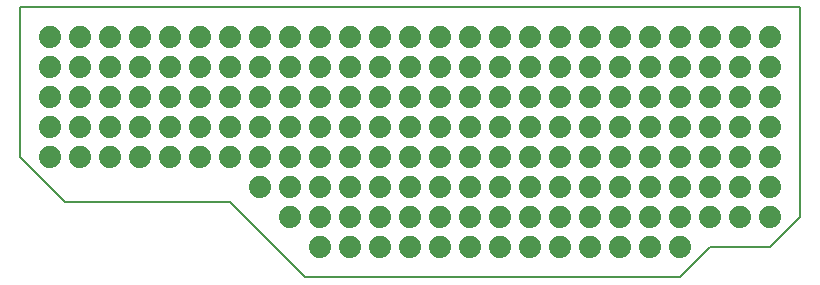
<source format=gbl>
G75*
%MOIN*%
%OFA0B0*%
%FSLAX24Y24*%
%IPPOS*%
%LPD*%
%AMOC8*
5,1,8,0,0,1.08239X$1,22.5*
%
%ADD10C,0.0050*%
%ADD11C,0.0740*%
D10*
X001625Y002625D02*
X000125Y004125D01*
X000125Y009125D01*
X026125Y009125D01*
X026125Y002125D01*
X025125Y001125D01*
X023125Y001125D01*
X022125Y000125D01*
X009625Y000125D01*
X007125Y002625D01*
X001625Y002625D01*
D11*
X001125Y004125D03*
X002125Y004125D03*
X003125Y004125D03*
X004125Y004125D03*
X005125Y004125D03*
X006125Y004125D03*
X007125Y004125D03*
X008125Y004125D03*
X009125Y004125D03*
X010125Y004125D03*
X011125Y004125D03*
X012125Y004125D03*
X013125Y004125D03*
X014125Y004125D03*
X015125Y004125D03*
X016125Y004125D03*
X017125Y004125D03*
X018125Y004125D03*
X019125Y004125D03*
X020125Y004125D03*
X021125Y004125D03*
X022125Y004125D03*
X023125Y004125D03*
X024125Y004125D03*
X025125Y004125D03*
X025125Y005125D03*
X024125Y005125D03*
X023125Y005125D03*
X022125Y005125D03*
X021125Y005125D03*
X020125Y005125D03*
X019125Y005125D03*
X018125Y005125D03*
X017125Y005125D03*
X016125Y005125D03*
X015125Y005125D03*
X014125Y005125D03*
X013125Y005125D03*
X012125Y005125D03*
X011125Y005125D03*
X010125Y005125D03*
X009125Y005125D03*
X008125Y005125D03*
X007125Y005125D03*
X006125Y005125D03*
X005125Y005125D03*
X004125Y005125D03*
X003125Y005125D03*
X002125Y005125D03*
X001125Y005125D03*
X001125Y006125D03*
X002125Y006125D03*
X003125Y006125D03*
X004125Y006125D03*
X005125Y006125D03*
X006125Y006125D03*
X007125Y006125D03*
X008125Y006125D03*
X009125Y006125D03*
X010125Y006125D03*
X011125Y006125D03*
X012125Y006125D03*
X013125Y006125D03*
X014125Y006125D03*
X015125Y006125D03*
X016125Y006125D03*
X017125Y006125D03*
X018125Y006125D03*
X019125Y006125D03*
X020125Y006125D03*
X021125Y006125D03*
X022125Y006125D03*
X023125Y006125D03*
X024125Y006125D03*
X025125Y006125D03*
X025125Y007125D03*
X024125Y007125D03*
X023125Y007125D03*
X022125Y007125D03*
X021125Y007125D03*
X020125Y007125D03*
X019125Y007125D03*
X018125Y007125D03*
X017125Y007125D03*
X016125Y007125D03*
X015125Y007125D03*
X014125Y007125D03*
X013125Y007125D03*
X012125Y007125D03*
X011125Y007125D03*
X010125Y007125D03*
X009125Y007125D03*
X008125Y007125D03*
X007125Y007125D03*
X006125Y007125D03*
X005125Y007125D03*
X004125Y007125D03*
X003125Y007125D03*
X002125Y007125D03*
X001125Y007125D03*
X001125Y008125D03*
X002125Y008125D03*
X003125Y008125D03*
X004125Y008125D03*
X005125Y008125D03*
X006125Y008125D03*
X007125Y008125D03*
X008125Y008125D03*
X009125Y008125D03*
X010125Y008125D03*
X011125Y008125D03*
X012125Y008125D03*
X013125Y008125D03*
X014125Y008125D03*
X015125Y008125D03*
X016125Y008125D03*
X017125Y008125D03*
X018125Y008125D03*
X019125Y008125D03*
X020125Y008125D03*
X021125Y008125D03*
X022125Y008125D03*
X023125Y008125D03*
X024125Y008125D03*
X025125Y008125D03*
X025125Y003125D03*
X024125Y003125D03*
X023125Y003125D03*
X022125Y003125D03*
X021125Y003125D03*
X020125Y003125D03*
X019125Y003125D03*
X018125Y003125D03*
X017125Y003125D03*
X016125Y003125D03*
X015125Y003125D03*
X014125Y003125D03*
X013125Y003125D03*
X012125Y003125D03*
X011125Y003125D03*
X010125Y003125D03*
X009125Y003125D03*
X008125Y003125D03*
X009125Y002125D03*
X010125Y002125D03*
X011125Y002125D03*
X012125Y002125D03*
X013125Y002125D03*
X014125Y002125D03*
X015125Y002125D03*
X016125Y002125D03*
X017125Y002125D03*
X018125Y002125D03*
X019125Y002125D03*
X020125Y002125D03*
X021125Y002125D03*
X022125Y002125D03*
X023125Y002125D03*
X024125Y002125D03*
X025125Y002125D03*
X022125Y001125D03*
X021125Y001125D03*
X020125Y001125D03*
X019125Y001125D03*
X018125Y001125D03*
X017125Y001125D03*
X016125Y001125D03*
X015125Y001125D03*
X014125Y001125D03*
X013125Y001125D03*
X012125Y001125D03*
X011125Y001125D03*
X010125Y001125D03*
M02*

</source>
